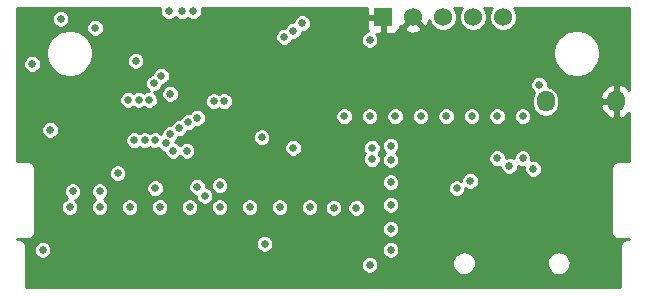
<source format=gbr>
G04 (created by PCBNEW-RS274X (2012-01-19 BZR 3256)-stable) date 26/03/2013 21:56:11*
G01*
G70*
G90*
%MOIN*%
G04 Gerber Fmt 3.4, Leading zero omitted, Abs format*
%FSLAX34Y34*%
G04 APERTURE LIST*
%ADD10C,0.006000*%
%ADD11R,0.060000X0.060000*%
%ADD12C,0.060000*%
%ADD13O,0.060000X0.070000*%
%ADD14C,0.025000*%
%ADD15C,0.010000*%
G04 APERTURE END LIST*
G54D10*
G54D11*
X92400Y-60800D03*
G54D12*
X93400Y-60800D03*
X94400Y-60800D03*
X95400Y-60800D03*
X96400Y-60800D03*
G54D13*
X97819Y-63600D03*
X100181Y-63600D03*
G54D14*
X85150Y-65000D03*
X81950Y-67125D03*
X84800Y-66500D03*
X84250Y-63550D03*
X82950Y-66600D03*
X82950Y-67125D03*
X84600Y-63550D03*
X85700Y-60600D03*
X85000Y-62750D03*
X85250Y-60600D03*
X91100Y-64100D03*
X91950Y-64100D03*
X92800Y-64100D03*
X93650Y-64100D03*
X94500Y-64100D03*
X95350Y-64100D03*
X96200Y-64100D03*
X97050Y-64100D03*
X86075Y-60600D03*
X81650Y-60850D03*
X87100Y-63600D03*
X81050Y-68550D03*
X88450Y-68350D03*
X92025Y-65525D03*
X91500Y-67150D03*
X96200Y-65500D03*
X85900Y-64300D03*
X92650Y-65550D03*
X92650Y-65075D03*
X97050Y-65500D03*
X86200Y-64150D03*
X92650Y-67850D03*
X85850Y-65250D03*
X95300Y-66250D03*
X92650Y-68550D03*
X85400Y-65250D03*
X94850Y-66500D03*
X92650Y-67050D03*
X97400Y-65850D03*
X85300Y-64700D03*
X85600Y-64500D03*
X96600Y-65750D03*
X92650Y-66300D03*
X83950Y-67125D03*
X83550Y-66000D03*
X86950Y-66400D03*
X85950Y-67125D03*
X86950Y-67125D03*
X88950Y-67125D03*
X86200Y-66450D03*
X84950Y-67125D03*
X86450Y-66750D03*
X82050Y-66600D03*
X83900Y-63550D03*
X87950Y-67125D03*
X89950Y-67125D03*
X90750Y-67150D03*
X89100Y-61450D03*
X84800Y-64900D03*
X89400Y-61250D03*
X84450Y-64900D03*
X89700Y-61000D03*
X84150Y-62250D03*
X92650Y-69700D03*
X87450Y-67850D03*
X89450Y-67850D03*
X86450Y-67850D03*
X85300Y-63000D03*
X88450Y-67850D03*
X82450Y-67850D03*
X85450Y-67850D03*
X84450Y-67850D03*
X88400Y-62350D03*
X96350Y-61500D03*
X83450Y-67850D03*
X81050Y-66600D03*
X86350Y-63600D03*
X84950Y-63500D03*
X81750Y-65100D03*
X98400Y-66100D03*
X86750Y-63200D03*
X82750Y-61650D03*
X84750Y-63000D03*
X89400Y-65150D03*
X92025Y-65150D03*
X91950Y-69050D03*
X91950Y-61550D03*
X82800Y-61150D03*
X97600Y-63050D03*
X81300Y-64550D03*
X80700Y-62350D03*
X88350Y-64800D03*
X84100Y-64900D03*
X86750Y-63600D03*
X85300Y-63350D03*
G54D10*
G36*
X100605Y-68205D02*
X100500Y-68205D01*
X100425Y-68220D01*
X100362Y-68262D01*
X100320Y-68325D01*
X100305Y-68400D01*
X100305Y-69805D01*
X98649Y-69805D01*
X98649Y-68980D01*
X98638Y-68904D01*
X98611Y-68829D01*
X98571Y-68763D01*
X98518Y-68704D01*
X98517Y-68702D01*
X98472Y-68670D01*
X98457Y-68658D01*
X98456Y-68657D01*
X98455Y-68657D01*
X98384Y-68624D01*
X98382Y-68623D01*
X98346Y-68614D01*
X98310Y-68605D01*
X98280Y-68603D01*
X98280Y-63752D01*
X98280Y-63569D01*
X98280Y-63449D01*
X98210Y-63280D01*
X98081Y-63150D01*
X97911Y-63079D01*
X97894Y-63079D01*
X97894Y-62992D01*
X97849Y-62884D01*
X97767Y-62801D01*
X97659Y-62756D01*
X97542Y-62756D01*
X97434Y-62801D01*
X97351Y-62883D01*
X97306Y-62991D01*
X97306Y-63108D01*
X97351Y-63216D01*
X97424Y-63289D01*
X97358Y-63448D01*
X97358Y-63631D01*
X97358Y-63751D01*
X97428Y-63920D01*
X97557Y-64050D01*
X97727Y-64121D01*
X97910Y-64121D01*
X98079Y-64051D01*
X98209Y-63922D01*
X98280Y-63752D01*
X98280Y-68603D01*
X98230Y-68601D01*
X98154Y-68612D01*
X98079Y-68639D01*
X98013Y-68679D01*
X97954Y-68731D01*
X97952Y-68733D01*
X97920Y-68777D01*
X97908Y-68793D01*
X97907Y-68793D01*
X97907Y-68795D01*
X97873Y-68868D01*
X97864Y-68904D01*
X97855Y-68940D01*
X97851Y-69020D01*
X97862Y-69096D01*
X97862Y-69097D01*
X97889Y-69171D01*
X97928Y-69236D01*
X97982Y-69296D01*
X97983Y-69297D01*
X98003Y-69312D01*
X98043Y-69342D01*
X98045Y-69343D01*
X98116Y-69376D01*
X98117Y-69377D01*
X98172Y-69390D01*
X98190Y-69395D01*
X98191Y-69395D01*
X98270Y-69399D01*
X98345Y-69388D01*
X98346Y-69388D01*
X98347Y-69387D01*
X98421Y-69361D01*
X98486Y-69322D01*
X98546Y-69268D01*
X98546Y-69267D01*
X98547Y-69267D01*
X98562Y-69246D01*
X98592Y-69207D01*
X98592Y-69206D01*
X98593Y-69205D01*
X98626Y-69134D01*
X98627Y-69133D01*
X98640Y-69078D01*
X98645Y-69060D01*
X98645Y-69059D01*
X98649Y-68980D01*
X98649Y-69805D01*
X97694Y-69805D01*
X97694Y-65909D01*
X97694Y-65792D01*
X97649Y-65684D01*
X97567Y-65601D01*
X97459Y-65556D01*
X97344Y-65556D01*
X97344Y-65442D01*
X97344Y-64159D01*
X97344Y-64042D01*
X97299Y-63934D01*
X97217Y-63851D01*
X97109Y-63806D01*
X96992Y-63806D01*
X96884Y-63851D01*
X96801Y-63933D01*
X96756Y-64041D01*
X96756Y-64158D01*
X96801Y-64266D01*
X96883Y-64349D01*
X96991Y-64394D01*
X97108Y-64394D01*
X97216Y-64349D01*
X97299Y-64267D01*
X97344Y-64159D01*
X97344Y-65442D01*
X97299Y-65334D01*
X97217Y-65251D01*
X97109Y-65206D01*
X96992Y-65206D01*
X96884Y-65251D01*
X96801Y-65333D01*
X96756Y-65441D01*
X96756Y-65496D01*
X96659Y-65456D01*
X96542Y-65456D01*
X96494Y-65476D01*
X96494Y-65442D01*
X96494Y-64159D01*
X96494Y-64042D01*
X96449Y-63934D01*
X96367Y-63851D01*
X96259Y-63806D01*
X96142Y-63806D01*
X96034Y-63851D01*
X95951Y-63933D01*
X95906Y-64041D01*
X95906Y-64158D01*
X95951Y-64266D01*
X96033Y-64349D01*
X96141Y-64394D01*
X96258Y-64394D01*
X96366Y-64349D01*
X96449Y-64267D01*
X96494Y-64159D01*
X96494Y-65442D01*
X96449Y-65334D01*
X96367Y-65251D01*
X96259Y-65206D01*
X96142Y-65206D01*
X96034Y-65251D01*
X95951Y-65333D01*
X95906Y-65441D01*
X95906Y-65558D01*
X95951Y-65666D01*
X96033Y-65749D01*
X96141Y-65794D01*
X96258Y-65794D01*
X96306Y-65774D01*
X96306Y-65808D01*
X96351Y-65916D01*
X96433Y-65999D01*
X96541Y-66044D01*
X96658Y-66044D01*
X96766Y-65999D01*
X96849Y-65917D01*
X96894Y-65809D01*
X96894Y-65753D01*
X96991Y-65794D01*
X97106Y-65794D01*
X97106Y-65908D01*
X97151Y-66016D01*
X97233Y-66099D01*
X97341Y-66144D01*
X97458Y-66144D01*
X97566Y-66099D01*
X97649Y-66017D01*
X97694Y-65909D01*
X97694Y-69805D01*
X95644Y-69805D01*
X95644Y-64159D01*
X95644Y-64042D01*
X95599Y-63934D01*
X95517Y-63851D01*
X95409Y-63806D01*
X95292Y-63806D01*
X95184Y-63851D01*
X95101Y-63933D01*
X95056Y-64041D01*
X95056Y-64158D01*
X95101Y-64266D01*
X95183Y-64349D01*
X95291Y-64394D01*
X95408Y-64394D01*
X95516Y-64349D01*
X95599Y-64267D01*
X95644Y-64159D01*
X95644Y-69805D01*
X95594Y-69805D01*
X95594Y-66309D01*
X95594Y-66192D01*
X95549Y-66084D01*
X95467Y-66001D01*
X95359Y-65956D01*
X95242Y-65956D01*
X95134Y-66001D01*
X95051Y-66083D01*
X95006Y-66191D01*
X95006Y-66246D01*
X94909Y-66206D01*
X94794Y-66206D01*
X94794Y-64159D01*
X94794Y-64042D01*
X94749Y-63934D01*
X94667Y-63851D01*
X94559Y-63806D01*
X94442Y-63806D01*
X94334Y-63851D01*
X94251Y-63933D01*
X94206Y-64041D01*
X94206Y-64158D01*
X94251Y-64266D01*
X94333Y-64349D01*
X94441Y-64394D01*
X94558Y-64394D01*
X94666Y-64349D01*
X94749Y-64267D01*
X94794Y-64159D01*
X94794Y-66206D01*
X94792Y-66206D01*
X94684Y-66251D01*
X94601Y-66333D01*
X94556Y-66441D01*
X94556Y-66558D01*
X94601Y-66666D01*
X94683Y-66749D01*
X94791Y-66794D01*
X94908Y-66794D01*
X95016Y-66749D01*
X95099Y-66667D01*
X95144Y-66559D01*
X95144Y-66503D01*
X95241Y-66544D01*
X95358Y-66544D01*
X95466Y-66499D01*
X95549Y-66417D01*
X95594Y-66309D01*
X95594Y-69805D01*
X95499Y-69805D01*
X95499Y-68980D01*
X95488Y-68904D01*
X95461Y-68829D01*
X95421Y-68763D01*
X95368Y-68704D01*
X95367Y-68702D01*
X95322Y-68670D01*
X95307Y-68658D01*
X95306Y-68657D01*
X95305Y-68657D01*
X95234Y-68624D01*
X95232Y-68623D01*
X95196Y-68614D01*
X95160Y-68605D01*
X95080Y-68601D01*
X95004Y-68612D01*
X94929Y-68639D01*
X94863Y-68679D01*
X94804Y-68731D01*
X94802Y-68733D01*
X94770Y-68777D01*
X94758Y-68793D01*
X94757Y-68793D01*
X94757Y-68795D01*
X94723Y-68868D01*
X94714Y-68904D01*
X94705Y-68940D01*
X94701Y-69020D01*
X94712Y-69096D01*
X94712Y-69097D01*
X94739Y-69171D01*
X94778Y-69236D01*
X94832Y-69296D01*
X94833Y-69297D01*
X94853Y-69312D01*
X94893Y-69342D01*
X94895Y-69343D01*
X94966Y-69376D01*
X94967Y-69377D01*
X95022Y-69390D01*
X95040Y-69395D01*
X95041Y-69395D01*
X95120Y-69399D01*
X95195Y-69388D01*
X95196Y-69388D01*
X95197Y-69387D01*
X95271Y-69361D01*
X95336Y-69322D01*
X95396Y-69268D01*
X95396Y-69267D01*
X95397Y-69267D01*
X95412Y-69246D01*
X95442Y-69207D01*
X95442Y-69206D01*
X95443Y-69205D01*
X95476Y-69134D01*
X95477Y-69133D01*
X95490Y-69078D01*
X95495Y-69060D01*
X95495Y-69059D01*
X95499Y-68980D01*
X95499Y-69805D01*
X93944Y-69805D01*
X93944Y-64159D01*
X93944Y-64042D01*
X93899Y-63934D01*
X93817Y-63851D01*
X93709Y-63806D01*
X93708Y-63806D01*
X93708Y-61178D01*
X93400Y-60871D01*
X93092Y-61178D01*
X93119Y-61272D01*
X93321Y-61343D01*
X93534Y-61332D01*
X93681Y-61272D01*
X93708Y-61178D01*
X93708Y-63806D01*
X93592Y-63806D01*
X93484Y-63851D01*
X93401Y-63933D01*
X93356Y-64041D01*
X93356Y-64158D01*
X93401Y-64266D01*
X93483Y-64349D01*
X93591Y-64394D01*
X93708Y-64394D01*
X93816Y-64349D01*
X93899Y-64267D01*
X93944Y-64159D01*
X93944Y-69805D01*
X93094Y-69805D01*
X93094Y-64159D01*
X93094Y-64042D01*
X93049Y-63934D01*
X92967Y-63851D01*
X92859Y-63806D01*
X92742Y-63806D01*
X92634Y-63851D01*
X92551Y-63933D01*
X92506Y-64041D01*
X92506Y-64158D01*
X92551Y-64266D01*
X92633Y-64349D01*
X92741Y-64394D01*
X92858Y-64394D01*
X92966Y-64349D01*
X93049Y-64267D01*
X93094Y-64159D01*
X93094Y-69805D01*
X92944Y-69805D01*
X92944Y-68609D01*
X92944Y-68492D01*
X92944Y-67909D01*
X92944Y-67792D01*
X92944Y-67109D01*
X92944Y-66992D01*
X92944Y-66359D01*
X92944Y-66242D01*
X92944Y-65609D01*
X92944Y-65492D01*
X92899Y-65384D01*
X92828Y-65312D01*
X92899Y-65242D01*
X92944Y-65134D01*
X92944Y-65017D01*
X92899Y-64909D01*
X92817Y-64826D01*
X92709Y-64781D01*
X92592Y-64781D01*
X92484Y-64826D01*
X92401Y-64908D01*
X92356Y-65016D01*
X92356Y-65133D01*
X92401Y-65241D01*
X92471Y-65312D01*
X92401Y-65383D01*
X92356Y-65491D01*
X92356Y-65608D01*
X92401Y-65716D01*
X92483Y-65799D01*
X92591Y-65844D01*
X92708Y-65844D01*
X92816Y-65799D01*
X92899Y-65717D01*
X92944Y-65609D01*
X92944Y-66242D01*
X92899Y-66134D01*
X92817Y-66051D01*
X92709Y-66006D01*
X92592Y-66006D01*
X92484Y-66051D01*
X92401Y-66133D01*
X92356Y-66241D01*
X92356Y-66358D01*
X92401Y-66466D01*
X92483Y-66549D01*
X92591Y-66594D01*
X92708Y-66594D01*
X92816Y-66549D01*
X92899Y-66467D01*
X92944Y-66359D01*
X92944Y-66992D01*
X92899Y-66884D01*
X92817Y-66801D01*
X92709Y-66756D01*
X92592Y-66756D01*
X92484Y-66801D01*
X92401Y-66883D01*
X92356Y-66991D01*
X92356Y-67108D01*
X92401Y-67216D01*
X92483Y-67299D01*
X92591Y-67344D01*
X92708Y-67344D01*
X92816Y-67299D01*
X92899Y-67217D01*
X92944Y-67109D01*
X92944Y-67792D01*
X92899Y-67684D01*
X92817Y-67601D01*
X92709Y-67556D01*
X92592Y-67556D01*
X92484Y-67601D01*
X92401Y-67683D01*
X92356Y-67791D01*
X92356Y-67908D01*
X92401Y-68016D01*
X92483Y-68099D01*
X92591Y-68144D01*
X92708Y-68144D01*
X92816Y-68099D01*
X92899Y-68017D01*
X92944Y-67909D01*
X92944Y-68492D01*
X92899Y-68384D01*
X92817Y-68301D01*
X92709Y-68256D01*
X92592Y-68256D01*
X92484Y-68301D01*
X92401Y-68383D01*
X92356Y-68491D01*
X92356Y-68608D01*
X92401Y-68716D01*
X92483Y-68799D01*
X92591Y-68844D01*
X92708Y-68844D01*
X92816Y-68799D01*
X92899Y-68717D01*
X92944Y-68609D01*
X92944Y-69805D01*
X92350Y-69805D01*
X92350Y-61288D01*
X92350Y-60850D01*
X91912Y-60850D01*
X91850Y-60912D01*
X91851Y-61051D01*
X91851Y-61150D01*
X91889Y-61241D01*
X91904Y-61256D01*
X91892Y-61256D01*
X91784Y-61301D01*
X91701Y-61383D01*
X91656Y-61491D01*
X91656Y-61608D01*
X91701Y-61716D01*
X91783Y-61799D01*
X91891Y-61844D01*
X92008Y-61844D01*
X92116Y-61799D01*
X92199Y-61717D01*
X92244Y-61609D01*
X92244Y-61492D01*
X92199Y-61384D01*
X92164Y-61349D01*
X92288Y-61350D01*
X92350Y-61288D01*
X92350Y-69805D01*
X92319Y-69805D01*
X92319Y-65584D01*
X92319Y-65467D01*
X92274Y-65359D01*
X92253Y-65337D01*
X92274Y-65317D01*
X92319Y-65209D01*
X92319Y-65092D01*
X92274Y-64984D01*
X92244Y-64953D01*
X92244Y-64159D01*
X92244Y-64042D01*
X92199Y-63934D01*
X92117Y-63851D01*
X92009Y-63806D01*
X91892Y-63806D01*
X91784Y-63851D01*
X91701Y-63933D01*
X91656Y-64041D01*
X91656Y-64158D01*
X91701Y-64266D01*
X91783Y-64349D01*
X91891Y-64394D01*
X92008Y-64394D01*
X92116Y-64349D01*
X92199Y-64267D01*
X92244Y-64159D01*
X92244Y-64953D01*
X92192Y-64901D01*
X92084Y-64856D01*
X91967Y-64856D01*
X91859Y-64901D01*
X91776Y-64983D01*
X91731Y-65091D01*
X91731Y-65208D01*
X91776Y-65316D01*
X91796Y-65337D01*
X91776Y-65358D01*
X91731Y-65466D01*
X91731Y-65583D01*
X91776Y-65691D01*
X91858Y-65774D01*
X91966Y-65819D01*
X92083Y-65819D01*
X92191Y-65774D01*
X92274Y-65692D01*
X92319Y-65584D01*
X92319Y-69805D01*
X92244Y-69805D01*
X92244Y-69109D01*
X92244Y-68992D01*
X92199Y-68884D01*
X92117Y-68801D01*
X92009Y-68756D01*
X91892Y-68756D01*
X91794Y-68796D01*
X91794Y-67209D01*
X91794Y-67092D01*
X91749Y-66984D01*
X91667Y-66901D01*
X91559Y-66856D01*
X91442Y-66856D01*
X91394Y-66876D01*
X91394Y-64159D01*
X91394Y-64042D01*
X91349Y-63934D01*
X91267Y-63851D01*
X91159Y-63806D01*
X91042Y-63806D01*
X90934Y-63851D01*
X90851Y-63933D01*
X90806Y-64041D01*
X90806Y-64158D01*
X90851Y-64266D01*
X90933Y-64349D01*
X91041Y-64394D01*
X91158Y-64394D01*
X91266Y-64349D01*
X91349Y-64267D01*
X91394Y-64159D01*
X91394Y-66876D01*
X91334Y-66901D01*
X91251Y-66983D01*
X91206Y-67091D01*
X91206Y-67208D01*
X91251Y-67316D01*
X91333Y-67399D01*
X91441Y-67444D01*
X91558Y-67444D01*
X91666Y-67399D01*
X91749Y-67317D01*
X91794Y-67209D01*
X91794Y-68796D01*
X91784Y-68801D01*
X91701Y-68883D01*
X91656Y-68991D01*
X91656Y-69108D01*
X91701Y-69216D01*
X91783Y-69299D01*
X91891Y-69344D01*
X92008Y-69344D01*
X92116Y-69299D01*
X92199Y-69217D01*
X92244Y-69109D01*
X92244Y-69805D01*
X91044Y-69805D01*
X91044Y-67209D01*
X91044Y-67092D01*
X90999Y-66984D01*
X90917Y-66901D01*
X90809Y-66856D01*
X90692Y-66856D01*
X90584Y-66901D01*
X90501Y-66983D01*
X90456Y-67091D01*
X90456Y-67208D01*
X90501Y-67316D01*
X90583Y-67399D01*
X90691Y-67444D01*
X90808Y-67444D01*
X90916Y-67399D01*
X90999Y-67317D01*
X91044Y-67209D01*
X91044Y-69805D01*
X90244Y-69805D01*
X90244Y-67184D01*
X90244Y-67067D01*
X90199Y-66959D01*
X90117Y-66876D01*
X90009Y-66831D01*
X89994Y-66831D01*
X89994Y-61059D01*
X89994Y-60942D01*
X89949Y-60834D01*
X89867Y-60751D01*
X89759Y-60706D01*
X89642Y-60706D01*
X89534Y-60751D01*
X89451Y-60833D01*
X89406Y-60941D01*
X89406Y-60956D01*
X89342Y-60956D01*
X89234Y-61001D01*
X89151Y-61083D01*
X89120Y-61156D01*
X89042Y-61156D01*
X88934Y-61201D01*
X88851Y-61283D01*
X88806Y-61391D01*
X88806Y-61508D01*
X88851Y-61616D01*
X88933Y-61699D01*
X89041Y-61744D01*
X89158Y-61744D01*
X89266Y-61699D01*
X89349Y-61617D01*
X89379Y-61544D01*
X89458Y-61544D01*
X89566Y-61499D01*
X89649Y-61417D01*
X89694Y-61309D01*
X89694Y-61294D01*
X89758Y-61294D01*
X89866Y-61249D01*
X89949Y-61167D01*
X89994Y-61059D01*
X89994Y-66831D01*
X89892Y-66831D01*
X89784Y-66876D01*
X89701Y-66958D01*
X89694Y-66974D01*
X89694Y-65209D01*
X89694Y-65092D01*
X89649Y-64984D01*
X89567Y-64901D01*
X89459Y-64856D01*
X89342Y-64856D01*
X89234Y-64901D01*
X89151Y-64983D01*
X89106Y-65091D01*
X89106Y-65208D01*
X89151Y-65316D01*
X89233Y-65399D01*
X89341Y-65444D01*
X89458Y-65444D01*
X89566Y-65399D01*
X89649Y-65317D01*
X89694Y-65209D01*
X89694Y-66974D01*
X89656Y-67066D01*
X89656Y-67183D01*
X89701Y-67291D01*
X89783Y-67374D01*
X89891Y-67419D01*
X90008Y-67419D01*
X90116Y-67374D01*
X90199Y-67292D01*
X90244Y-67184D01*
X90244Y-69805D01*
X89244Y-69805D01*
X89244Y-67184D01*
X89244Y-67067D01*
X89199Y-66959D01*
X89117Y-66876D01*
X89009Y-66831D01*
X88892Y-66831D01*
X88784Y-66876D01*
X88701Y-66958D01*
X88656Y-67066D01*
X88656Y-67183D01*
X88701Y-67291D01*
X88783Y-67374D01*
X88891Y-67419D01*
X89008Y-67419D01*
X89116Y-67374D01*
X89199Y-67292D01*
X89244Y-67184D01*
X89244Y-69805D01*
X88744Y-69805D01*
X88744Y-68409D01*
X88744Y-68292D01*
X88699Y-68184D01*
X88644Y-68128D01*
X88644Y-64859D01*
X88644Y-64742D01*
X88599Y-64634D01*
X88517Y-64551D01*
X88409Y-64506D01*
X88292Y-64506D01*
X88184Y-64551D01*
X88101Y-64633D01*
X88056Y-64741D01*
X88056Y-64858D01*
X88101Y-64966D01*
X88183Y-65049D01*
X88291Y-65094D01*
X88408Y-65094D01*
X88516Y-65049D01*
X88599Y-64967D01*
X88644Y-64859D01*
X88644Y-68128D01*
X88617Y-68101D01*
X88509Y-68056D01*
X88392Y-68056D01*
X88284Y-68101D01*
X88244Y-68140D01*
X88244Y-67184D01*
X88244Y-67067D01*
X88199Y-66959D01*
X88117Y-66876D01*
X88009Y-66831D01*
X87892Y-66831D01*
X87784Y-66876D01*
X87701Y-66958D01*
X87656Y-67066D01*
X87656Y-67183D01*
X87701Y-67291D01*
X87783Y-67374D01*
X87891Y-67419D01*
X88008Y-67419D01*
X88116Y-67374D01*
X88199Y-67292D01*
X88244Y-67184D01*
X88244Y-68140D01*
X88201Y-68183D01*
X88156Y-68291D01*
X88156Y-68408D01*
X88201Y-68516D01*
X88283Y-68599D01*
X88391Y-68644D01*
X88508Y-68644D01*
X88616Y-68599D01*
X88699Y-68517D01*
X88744Y-68409D01*
X88744Y-69805D01*
X87394Y-69805D01*
X87394Y-63659D01*
X87394Y-63542D01*
X87349Y-63434D01*
X87267Y-63351D01*
X87159Y-63306D01*
X87042Y-63306D01*
X86934Y-63351D01*
X86925Y-63359D01*
X86917Y-63351D01*
X86809Y-63306D01*
X86692Y-63306D01*
X86584Y-63351D01*
X86501Y-63433D01*
X86456Y-63541D01*
X86456Y-63658D01*
X86501Y-63766D01*
X86583Y-63849D01*
X86691Y-63894D01*
X86808Y-63894D01*
X86916Y-63849D01*
X86924Y-63840D01*
X86933Y-63849D01*
X87041Y-63894D01*
X87158Y-63894D01*
X87266Y-63849D01*
X87349Y-63767D01*
X87394Y-63659D01*
X87394Y-69805D01*
X87244Y-69805D01*
X87244Y-67184D01*
X87244Y-67067D01*
X87244Y-66459D01*
X87244Y-66342D01*
X87199Y-66234D01*
X87117Y-66151D01*
X87009Y-66106D01*
X86892Y-66106D01*
X86784Y-66151D01*
X86701Y-66233D01*
X86656Y-66341D01*
X86656Y-66458D01*
X86701Y-66566D01*
X86783Y-66649D01*
X86891Y-66694D01*
X87008Y-66694D01*
X87116Y-66649D01*
X87199Y-66567D01*
X87244Y-66459D01*
X87244Y-67067D01*
X87199Y-66959D01*
X87117Y-66876D01*
X87009Y-66831D01*
X86892Y-66831D01*
X86784Y-66876D01*
X86744Y-66915D01*
X86744Y-66809D01*
X86744Y-66692D01*
X86699Y-66584D01*
X86617Y-66501D01*
X86509Y-66456D01*
X86494Y-66456D01*
X86494Y-66392D01*
X86494Y-64209D01*
X86494Y-64092D01*
X86449Y-63984D01*
X86367Y-63901D01*
X86259Y-63856D01*
X86142Y-63856D01*
X86034Y-63901D01*
X85951Y-63983D01*
X85941Y-64006D01*
X85842Y-64006D01*
X85734Y-64051D01*
X85651Y-64133D01*
X85620Y-64206D01*
X85594Y-64206D01*
X85594Y-63409D01*
X85594Y-63292D01*
X85549Y-63184D01*
X85467Y-63101D01*
X85359Y-63056D01*
X85294Y-63056D01*
X85294Y-62809D01*
X85294Y-62692D01*
X85249Y-62584D01*
X85167Y-62501D01*
X85059Y-62456D01*
X84942Y-62456D01*
X84834Y-62501D01*
X84751Y-62583D01*
X84706Y-62691D01*
X84706Y-62706D01*
X84692Y-62706D01*
X84584Y-62751D01*
X84501Y-62833D01*
X84456Y-62941D01*
X84456Y-63058D01*
X84501Y-63166D01*
X84583Y-63249D01*
X84599Y-63256D01*
X84542Y-63256D01*
X84444Y-63296D01*
X84444Y-62309D01*
X84444Y-62192D01*
X84399Y-62084D01*
X84317Y-62001D01*
X84209Y-61956D01*
X84092Y-61956D01*
X83984Y-62001D01*
X83901Y-62083D01*
X83856Y-62191D01*
X83856Y-62308D01*
X83901Y-62416D01*
X83983Y-62499D01*
X84091Y-62544D01*
X84208Y-62544D01*
X84316Y-62499D01*
X84399Y-62417D01*
X84444Y-62309D01*
X84444Y-63296D01*
X84434Y-63301D01*
X84425Y-63309D01*
X84417Y-63301D01*
X84309Y-63256D01*
X84192Y-63256D01*
X84084Y-63301D01*
X84075Y-63309D01*
X84067Y-63301D01*
X83959Y-63256D01*
X83842Y-63256D01*
X83734Y-63301D01*
X83651Y-63383D01*
X83606Y-63491D01*
X83606Y-63608D01*
X83651Y-63716D01*
X83733Y-63799D01*
X83841Y-63844D01*
X83958Y-63844D01*
X84066Y-63799D01*
X84074Y-63790D01*
X84083Y-63799D01*
X84191Y-63844D01*
X84308Y-63844D01*
X84416Y-63799D01*
X84424Y-63790D01*
X84433Y-63799D01*
X84541Y-63844D01*
X84658Y-63844D01*
X84766Y-63799D01*
X84849Y-63717D01*
X84894Y-63609D01*
X84894Y-63492D01*
X84849Y-63384D01*
X84767Y-63301D01*
X84750Y-63294D01*
X84808Y-63294D01*
X84916Y-63249D01*
X84999Y-63167D01*
X85044Y-63059D01*
X85044Y-63044D01*
X85058Y-63044D01*
X85166Y-62999D01*
X85249Y-62917D01*
X85294Y-62809D01*
X85294Y-63056D01*
X85242Y-63056D01*
X85134Y-63101D01*
X85051Y-63183D01*
X85006Y-63291D01*
X85006Y-63408D01*
X85051Y-63516D01*
X85133Y-63599D01*
X85241Y-63644D01*
X85358Y-63644D01*
X85466Y-63599D01*
X85549Y-63517D01*
X85594Y-63409D01*
X85594Y-64206D01*
X85542Y-64206D01*
X85434Y-64251D01*
X85351Y-64333D01*
X85320Y-64406D01*
X85242Y-64406D01*
X85134Y-64451D01*
X85051Y-64533D01*
X85006Y-64641D01*
X85006Y-64690D01*
X84967Y-64651D01*
X84859Y-64606D01*
X84742Y-64606D01*
X84634Y-64651D01*
X84625Y-64659D01*
X84617Y-64651D01*
X84509Y-64606D01*
X84392Y-64606D01*
X84284Y-64651D01*
X84275Y-64659D01*
X84267Y-64651D01*
X84159Y-64606D01*
X84042Y-64606D01*
X83934Y-64651D01*
X83851Y-64733D01*
X83806Y-64841D01*
X83806Y-64958D01*
X83851Y-65066D01*
X83933Y-65149D01*
X84041Y-65194D01*
X84158Y-65194D01*
X84266Y-65149D01*
X84274Y-65140D01*
X84283Y-65149D01*
X84391Y-65194D01*
X84508Y-65194D01*
X84616Y-65149D01*
X84624Y-65140D01*
X84633Y-65149D01*
X84741Y-65194D01*
X84858Y-65194D01*
X84908Y-65173D01*
X84983Y-65249D01*
X85091Y-65294D01*
X85106Y-65294D01*
X85106Y-65308D01*
X85151Y-65416D01*
X85233Y-65499D01*
X85341Y-65544D01*
X85458Y-65544D01*
X85566Y-65499D01*
X85625Y-65440D01*
X85683Y-65499D01*
X85791Y-65544D01*
X85908Y-65544D01*
X86016Y-65499D01*
X86099Y-65417D01*
X86144Y-65309D01*
X86144Y-65192D01*
X86099Y-65084D01*
X86017Y-65001D01*
X85909Y-64956D01*
X85792Y-64956D01*
X85684Y-65001D01*
X85624Y-65059D01*
X85567Y-65001D01*
X85459Y-64956D01*
X85449Y-64956D01*
X85466Y-64949D01*
X85549Y-64867D01*
X85579Y-64794D01*
X85658Y-64794D01*
X85766Y-64749D01*
X85849Y-64667D01*
X85879Y-64594D01*
X85958Y-64594D01*
X86066Y-64549D01*
X86149Y-64467D01*
X86158Y-64444D01*
X86258Y-64444D01*
X86366Y-64399D01*
X86449Y-64317D01*
X86494Y-64209D01*
X86494Y-66392D01*
X86449Y-66284D01*
X86367Y-66201D01*
X86259Y-66156D01*
X86142Y-66156D01*
X86034Y-66201D01*
X85951Y-66283D01*
X85906Y-66391D01*
X85906Y-66508D01*
X85951Y-66616D01*
X86033Y-66699D01*
X86141Y-66744D01*
X86156Y-66744D01*
X86156Y-66808D01*
X86201Y-66916D01*
X86283Y-66999D01*
X86391Y-67044D01*
X86508Y-67044D01*
X86616Y-66999D01*
X86699Y-66917D01*
X86744Y-66809D01*
X86744Y-66915D01*
X86701Y-66958D01*
X86656Y-67066D01*
X86656Y-67183D01*
X86701Y-67291D01*
X86783Y-67374D01*
X86891Y-67419D01*
X87008Y-67419D01*
X87116Y-67374D01*
X87199Y-67292D01*
X87244Y-67184D01*
X87244Y-69805D01*
X86244Y-69805D01*
X86244Y-67184D01*
X86244Y-67067D01*
X86199Y-66959D01*
X86117Y-66876D01*
X86009Y-66831D01*
X85892Y-66831D01*
X85784Y-66876D01*
X85701Y-66958D01*
X85656Y-67066D01*
X85656Y-67183D01*
X85701Y-67291D01*
X85783Y-67374D01*
X85891Y-67419D01*
X86008Y-67419D01*
X86116Y-67374D01*
X86199Y-67292D01*
X86244Y-67184D01*
X86244Y-69805D01*
X85244Y-69805D01*
X85244Y-67184D01*
X85244Y-67067D01*
X85199Y-66959D01*
X85117Y-66876D01*
X85094Y-66866D01*
X85094Y-66559D01*
X85094Y-66442D01*
X85049Y-66334D01*
X84967Y-66251D01*
X84859Y-66206D01*
X84742Y-66206D01*
X84634Y-66251D01*
X84551Y-66333D01*
X84506Y-66441D01*
X84506Y-66558D01*
X84551Y-66666D01*
X84633Y-66749D01*
X84741Y-66794D01*
X84858Y-66794D01*
X84966Y-66749D01*
X85049Y-66667D01*
X85094Y-66559D01*
X85094Y-66866D01*
X85009Y-66831D01*
X84892Y-66831D01*
X84784Y-66876D01*
X84701Y-66958D01*
X84656Y-67066D01*
X84656Y-67183D01*
X84701Y-67291D01*
X84783Y-67374D01*
X84891Y-67419D01*
X85008Y-67419D01*
X85116Y-67374D01*
X85199Y-67292D01*
X85244Y-67184D01*
X85244Y-69805D01*
X84244Y-69805D01*
X84244Y-67184D01*
X84244Y-67067D01*
X84199Y-66959D01*
X84117Y-66876D01*
X84009Y-66831D01*
X83892Y-66831D01*
X83844Y-66851D01*
X83844Y-66059D01*
X83844Y-65942D01*
X83799Y-65834D01*
X83717Y-65751D01*
X83609Y-65706D01*
X83492Y-65706D01*
X83384Y-65751D01*
X83301Y-65833D01*
X83256Y-65941D01*
X83256Y-66058D01*
X83301Y-66166D01*
X83383Y-66249D01*
X83491Y-66294D01*
X83608Y-66294D01*
X83716Y-66249D01*
X83799Y-66167D01*
X83844Y-66059D01*
X83844Y-66851D01*
X83784Y-66876D01*
X83701Y-66958D01*
X83656Y-67066D01*
X83656Y-67183D01*
X83701Y-67291D01*
X83783Y-67374D01*
X83891Y-67419D01*
X84008Y-67419D01*
X84116Y-67374D01*
X84199Y-67292D01*
X84244Y-67184D01*
X84244Y-69805D01*
X83244Y-69805D01*
X83244Y-67184D01*
X83244Y-67067D01*
X83199Y-66959D01*
X83117Y-66876D01*
X83084Y-66862D01*
X83116Y-66849D01*
X83199Y-66767D01*
X83244Y-66659D01*
X83244Y-66542D01*
X83199Y-66434D01*
X83117Y-66351D01*
X83094Y-66341D01*
X83094Y-61209D01*
X83094Y-61092D01*
X83049Y-60984D01*
X82967Y-60901D01*
X82859Y-60856D01*
X82742Y-60856D01*
X82634Y-60901D01*
X82551Y-60983D01*
X82506Y-61091D01*
X82506Y-61208D01*
X82551Y-61316D01*
X82633Y-61399D01*
X82741Y-61444D01*
X82858Y-61444D01*
X82966Y-61399D01*
X83049Y-61317D01*
X83094Y-61209D01*
X83094Y-66341D01*
X83009Y-66306D01*
X82892Y-66306D01*
X82784Y-66351D01*
X82741Y-66393D01*
X82741Y-62039D01*
X82741Y-62038D01*
X82741Y-61962D01*
X82741Y-61961D01*
X82695Y-61732D01*
X82666Y-61661D01*
X82536Y-61468D01*
X82482Y-61414D01*
X82288Y-61284D01*
X82218Y-61255D01*
X81988Y-61209D01*
X81944Y-61209D01*
X81944Y-60909D01*
X81944Y-60792D01*
X81899Y-60684D01*
X81817Y-60601D01*
X81709Y-60556D01*
X81592Y-60556D01*
X81484Y-60601D01*
X81401Y-60683D01*
X81356Y-60791D01*
X81356Y-60908D01*
X81401Y-61016D01*
X81483Y-61099D01*
X81591Y-61144D01*
X81708Y-61144D01*
X81816Y-61099D01*
X81899Y-61017D01*
X81944Y-60909D01*
X81944Y-61209D01*
X81912Y-61209D01*
X81911Y-61209D01*
X81682Y-61255D01*
X81611Y-61284D01*
X81418Y-61414D01*
X81364Y-61468D01*
X81234Y-61662D01*
X81205Y-61732D01*
X81159Y-61962D01*
X81159Y-62038D01*
X81205Y-62268D01*
X81234Y-62338D01*
X81364Y-62532D01*
X81418Y-62586D01*
X81611Y-62716D01*
X81682Y-62745D01*
X81911Y-62791D01*
X81912Y-62791D01*
X81988Y-62791D01*
X82218Y-62745D01*
X82288Y-62716D01*
X82482Y-62586D01*
X82536Y-62532D01*
X82666Y-62339D01*
X82695Y-62268D01*
X82741Y-62039D01*
X82741Y-66393D01*
X82701Y-66433D01*
X82656Y-66541D01*
X82656Y-66658D01*
X82701Y-66766D01*
X82783Y-66849D01*
X82815Y-66862D01*
X82784Y-66876D01*
X82701Y-66958D01*
X82656Y-67066D01*
X82656Y-67183D01*
X82701Y-67291D01*
X82783Y-67374D01*
X82891Y-67419D01*
X83008Y-67419D01*
X83116Y-67374D01*
X83199Y-67292D01*
X83244Y-67184D01*
X83244Y-69805D01*
X82344Y-69805D01*
X82344Y-66659D01*
X82344Y-66542D01*
X82299Y-66434D01*
X82217Y-66351D01*
X82109Y-66306D01*
X81992Y-66306D01*
X81884Y-66351D01*
X81801Y-66433D01*
X81756Y-66541D01*
X81756Y-66658D01*
X81801Y-66766D01*
X81873Y-66838D01*
X81784Y-66876D01*
X81701Y-66958D01*
X81656Y-67066D01*
X81656Y-67183D01*
X81701Y-67291D01*
X81783Y-67374D01*
X81891Y-67419D01*
X82008Y-67419D01*
X82116Y-67374D01*
X82199Y-67292D01*
X82244Y-67184D01*
X82244Y-67067D01*
X82199Y-66959D01*
X82126Y-66886D01*
X82216Y-66849D01*
X82299Y-66767D01*
X82344Y-66659D01*
X82344Y-69805D01*
X81594Y-69805D01*
X81594Y-64609D01*
X81594Y-64492D01*
X81549Y-64384D01*
X81467Y-64301D01*
X81359Y-64256D01*
X81242Y-64256D01*
X81134Y-64301D01*
X81051Y-64383D01*
X81006Y-64491D01*
X81006Y-64608D01*
X81051Y-64716D01*
X81133Y-64799D01*
X81241Y-64844D01*
X81358Y-64844D01*
X81466Y-64799D01*
X81549Y-64717D01*
X81594Y-64609D01*
X81594Y-69805D01*
X81344Y-69805D01*
X81344Y-68609D01*
X81344Y-68492D01*
X81299Y-68384D01*
X81217Y-68301D01*
X81109Y-68256D01*
X80994Y-68256D01*
X80994Y-62409D01*
X80994Y-62292D01*
X80949Y-62184D01*
X80867Y-62101D01*
X80759Y-62056D01*
X80642Y-62056D01*
X80534Y-62101D01*
X80451Y-62183D01*
X80406Y-62291D01*
X80406Y-62408D01*
X80451Y-62516D01*
X80533Y-62599D01*
X80641Y-62644D01*
X80758Y-62644D01*
X80866Y-62599D01*
X80949Y-62517D01*
X80994Y-62409D01*
X80994Y-68256D01*
X80992Y-68256D01*
X80884Y-68301D01*
X80801Y-68383D01*
X80756Y-68491D01*
X80756Y-68608D01*
X80801Y-68716D01*
X80883Y-68799D01*
X80991Y-68844D01*
X81108Y-68844D01*
X81216Y-68799D01*
X81299Y-68717D01*
X81344Y-68609D01*
X81344Y-69805D01*
X80495Y-69805D01*
X80495Y-68400D01*
X80480Y-68325D01*
X80438Y-68262D01*
X80375Y-68220D01*
X80300Y-68205D01*
X80195Y-68205D01*
X80195Y-68195D01*
X80600Y-68195D01*
X80675Y-68180D01*
X80738Y-68138D01*
X80780Y-68075D01*
X80795Y-68000D01*
X80795Y-65800D01*
X80780Y-65725D01*
X80738Y-65662D01*
X80675Y-65620D01*
X80600Y-65605D01*
X80195Y-65605D01*
X80195Y-60495D01*
X84975Y-60495D01*
X84956Y-60541D01*
X84956Y-60658D01*
X85001Y-60766D01*
X85083Y-60849D01*
X85191Y-60894D01*
X85308Y-60894D01*
X85416Y-60849D01*
X85475Y-60790D01*
X85533Y-60849D01*
X85641Y-60894D01*
X85758Y-60894D01*
X85866Y-60849D01*
X85887Y-60828D01*
X85908Y-60849D01*
X86016Y-60894D01*
X86133Y-60894D01*
X86241Y-60849D01*
X86324Y-60767D01*
X86369Y-60659D01*
X86369Y-60542D01*
X86349Y-60495D01*
X91851Y-60495D01*
X91851Y-60549D01*
X91850Y-60688D01*
X91912Y-60750D01*
X92300Y-60750D01*
X92350Y-60750D01*
X92450Y-60750D01*
X92450Y-60850D01*
X92450Y-60900D01*
X92450Y-61288D01*
X92512Y-61350D01*
X92749Y-61349D01*
X92841Y-61311D01*
X92911Y-61241D01*
X92949Y-61150D01*
X92949Y-61087D01*
X93022Y-61108D01*
X93294Y-60835D01*
X93329Y-60800D01*
X93400Y-60729D01*
X93471Y-60800D01*
X93506Y-60835D01*
X93778Y-61108D01*
X93872Y-61081D01*
X93934Y-60903D01*
X94001Y-61066D01*
X94133Y-61198D01*
X94306Y-61270D01*
X94493Y-61270D01*
X94666Y-61199D01*
X94798Y-61067D01*
X94870Y-60894D01*
X94870Y-60707D01*
X94799Y-60534D01*
X94760Y-60495D01*
X95040Y-60495D01*
X95002Y-60533D01*
X94930Y-60706D01*
X94930Y-60893D01*
X95001Y-61066D01*
X95133Y-61198D01*
X95306Y-61270D01*
X95493Y-61270D01*
X95666Y-61199D01*
X95798Y-61067D01*
X95870Y-60894D01*
X95870Y-60707D01*
X95799Y-60534D01*
X95760Y-60495D01*
X96040Y-60495D01*
X96002Y-60533D01*
X95930Y-60706D01*
X95930Y-60893D01*
X96001Y-61066D01*
X96133Y-61198D01*
X96306Y-61270D01*
X96493Y-61270D01*
X96666Y-61199D01*
X96798Y-61067D01*
X96870Y-60894D01*
X96870Y-60707D01*
X96799Y-60534D01*
X96760Y-60495D01*
X100605Y-60495D01*
X100605Y-63214D01*
X100504Y-63105D01*
X100316Y-63018D01*
X100231Y-63065D01*
X100231Y-63500D01*
X100231Y-63550D01*
X100231Y-63650D01*
X100231Y-63700D01*
X100231Y-64135D01*
X100316Y-64182D01*
X100504Y-64095D01*
X100605Y-63985D01*
X100605Y-65605D01*
X100200Y-65605D01*
X100131Y-65618D01*
X100131Y-64135D01*
X100131Y-63650D01*
X100131Y-63550D01*
X100131Y-63065D01*
X100046Y-63018D01*
X99858Y-63105D01*
X99712Y-63263D01*
X99641Y-63455D01*
X99641Y-62039D01*
X99641Y-62038D01*
X99641Y-61962D01*
X99641Y-61961D01*
X99595Y-61732D01*
X99566Y-61661D01*
X99436Y-61468D01*
X99382Y-61414D01*
X99188Y-61284D01*
X99118Y-61255D01*
X98888Y-61209D01*
X98812Y-61209D01*
X98811Y-61209D01*
X98582Y-61255D01*
X98511Y-61284D01*
X98318Y-61414D01*
X98264Y-61468D01*
X98134Y-61662D01*
X98105Y-61732D01*
X98059Y-61962D01*
X98059Y-62038D01*
X98105Y-62268D01*
X98134Y-62338D01*
X98264Y-62532D01*
X98318Y-62586D01*
X98511Y-62716D01*
X98582Y-62745D01*
X98811Y-62791D01*
X98812Y-62791D01*
X98888Y-62791D01*
X99118Y-62745D01*
X99188Y-62716D01*
X99382Y-62586D01*
X99436Y-62532D01*
X99566Y-62339D01*
X99595Y-62268D01*
X99641Y-62039D01*
X99641Y-63455D01*
X99638Y-63464D01*
X99693Y-63550D01*
X100131Y-63550D01*
X100131Y-63650D01*
X99693Y-63650D01*
X99638Y-63736D01*
X99712Y-63937D01*
X99858Y-64095D01*
X100046Y-64182D01*
X100131Y-64135D01*
X100131Y-65618D01*
X100125Y-65620D01*
X100062Y-65662D01*
X100020Y-65725D01*
X100005Y-65800D01*
X100005Y-68000D01*
X100020Y-68075D01*
X100062Y-68138D01*
X100125Y-68180D01*
X100200Y-68195D01*
X100605Y-68195D01*
X100605Y-68205D01*
X100605Y-68205D01*
G37*
G54D15*
X100605Y-68205D02*
X100500Y-68205D01*
X100425Y-68220D01*
X100362Y-68262D01*
X100320Y-68325D01*
X100305Y-68400D01*
X100305Y-69805D01*
X98649Y-69805D01*
X98649Y-68980D01*
X98638Y-68904D01*
X98611Y-68829D01*
X98571Y-68763D01*
X98518Y-68704D01*
X98517Y-68702D01*
X98472Y-68670D01*
X98457Y-68658D01*
X98456Y-68657D01*
X98455Y-68657D01*
X98384Y-68624D01*
X98382Y-68623D01*
X98346Y-68614D01*
X98310Y-68605D01*
X98280Y-68603D01*
X98280Y-63752D01*
X98280Y-63569D01*
X98280Y-63449D01*
X98210Y-63280D01*
X98081Y-63150D01*
X97911Y-63079D01*
X97894Y-63079D01*
X97894Y-62992D01*
X97849Y-62884D01*
X97767Y-62801D01*
X97659Y-62756D01*
X97542Y-62756D01*
X97434Y-62801D01*
X97351Y-62883D01*
X97306Y-62991D01*
X97306Y-63108D01*
X97351Y-63216D01*
X97424Y-63289D01*
X97358Y-63448D01*
X97358Y-63631D01*
X97358Y-63751D01*
X97428Y-63920D01*
X97557Y-64050D01*
X97727Y-64121D01*
X97910Y-64121D01*
X98079Y-64051D01*
X98209Y-63922D01*
X98280Y-63752D01*
X98280Y-68603D01*
X98230Y-68601D01*
X98154Y-68612D01*
X98079Y-68639D01*
X98013Y-68679D01*
X97954Y-68731D01*
X97952Y-68733D01*
X97920Y-68777D01*
X97908Y-68793D01*
X97907Y-68793D01*
X97907Y-68795D01*
X97873Y-68868D01*
X97864Y-68904D01*
X97855Y-68940D01*
X97851Y-69020D01*
X97862Y-69096D01*
X97862Y-69097D01*
X97889Y-69171D01*
X97928Y-69236D01*
X97982Y-69296D01*
X97983Y-69297D01*
X98003Y-69312D01*
X98043Y-69342D01*
X98045Y-69343D01*
X98116Y-69376D01*
X98117Y-69377D01*
X98172Y-69390D01*
X98190Y-69395D01*
X98191Y-69395D01*
X98270Y-69399D01*
X98345Y-69388D01*
X98346Y-69388D01*
X98347Y-69387D01*
X98421Y-69361D01*
X98486Y-69322D01*
X98546Y-69268D01*
X98546Y-69267D01*
X98547Y-69267D01*
X98562Y-69246D01*
X98592Y-69207D01*
X98592Y-69206D01*
X98593Y-69205D01*
X98626Y-69134D01*
X98627Y-69133D01*
X98640Y-69078D01*
X98645Y-69060D01*
X98645Y-69059D01*
X98649Y-68980D01*
X98649Y-69805D01*
X97694Y-69805D01*
X97694Y-65909D01*
X97694Y-65792D01*
X97649Y-65684D01*
X97567Y-65601D01*
X97459Y-65556D01*
X97344Y-65556D01*
X97344Y-65442D01*
X97344Y-64159D01*
X97344Y-64042D01*
X97299Y-63934D01*
X97217Y-63851D01*
X97109Y-63806D01*
X96992Y-63806D01*
X96884Y-63851D01*
X96801Y-63933D01*
X96756Y-64041D01*
X96756Y-64158D01*
X96801Y-64266D01*
X96883Y-64349D01*
X96991Y-64394D01*
X97108Y-64394D01*
X97216Y-64349D01*
X97299Y-64267D01*
X97344Y-64159D01*
X97344Y-65442D01*
X97299Y-65334D01*
X97217Y-65251D01*
X97109Y-65206D01*
X96992Y-65206D01*
X96884Y-65251D01*
X96801Y-65333D01*
X96756Y-65441D01*
X96756Y-65496D01*
X96659Y-65456D01*
X96542Y-65456D01*
X96494Y-65476D01*
X96494Y-65442D01*
X96494Y-64159D01*
X96494Y-64042D01*
X96449Y-63934D01*
X96367Y-63851D01*
X96259Y-63806D01*
X96142Y-63806D01*
X96034Y-63851D01*
X95951Y-63933D01*
X95906Y-64041D01*
X95906Y-64158D01*
X95951Y-64266D01*
X96033Y-64349D01*
X96141Y-64394D01*
X96258Y-64394D01*
X96366Y-64349D01*
X96449Y-64267D01*
X96494Y-64159D01*
X96494Y-65442D01*
X96449Y-65334D01*
X96367Y-65251D01*
X96259Y-65206D01*
X96142Y-65206D01*
X96034Y-65251D01*
X95951Y-65333D01*
X95906Y-65441D01*
X95906Y-65558D01*
X95951Y-65666D01*
X96033Y-65749D01*
X96141Y-65794D01*
X96258Y-65794D01*
X96306Y-65774D01*
X96306Y-65808D01*
X96351Y-65916D01*
X96433Y-65999D01*
X96541Y-66044D01*
X96658Y-66044D01*
X96766Y-65999D01*
X96849Y-65917D01*
X96894Y-65809D01*
X96894Y-65753D01*
X96991Y-65794D01*
X97106Y-65794D01*
X97106Y-65908D01*
X97151Y-66016D01*
X97233Y-66099D01*
X97341Y-66144D01*
X97458Y-66144D01*
X97566Y-66099D01*
X97649Y-66017D01*
X97694Y-65909D01*
X97694Y-69805D01*
X95644Y-69805D01*
X95644Y-64159D01*
X95644Y-64042D01*
X95599Y-63934D01*
X95517Y-63851D01*
X95409Y-63806D01*
X95292Y-63806D01*
X95184Y-63851D01*
X95101Y-63933D01*
X95056Y-64041D01*
X95056Y-64158D01*
X95101Y-64266D01*
X95183Y-64349D01*
X95291Y-64394D01*
X95408Y-64394D01*
X95516Y-64349D01*
X95599Y-64267D01*
X95644Y-64159D01*
X95644Y-69805D01*
X95594Y-69805D01*
X95594Y-66309D01*
X95594Y-66192D01*
X95549Y-66084D01*
X95467Y-66001D01*
X95359Y-65956D01*
X95242Y-65956D01*
X95134Y-66001D01*
X95051Y-66083D01*
X95006Y-66191D01*
X95006Y-66246D01*
X94909Y-66206D01*
X94794Y-66206D01*
X94794Y-64159D01*
X94794Y-64042D01*
X94749Y-63934D01*
X94667Y-63851D01*
X94559Y-63806D01*
X94442Y-63806D01*
X94334Y-63851D01*
X94251Y-63933D01*
X94206Y-64041D01*
X94206Y-64158D01*
X94251Y-64266D01*
X94333Y-64349D01*
X94441Y-64394D01*
X94558Y-64394D01*
X94666Y-64349D01*
X94749Y-64267D01*
X94794Y-64159D01*
X94794Y-66206D01*
X94792Y-66206D01*
X94684Y-66251D01*
X94601Y-66333D01*
X94556Y-66441D01*
X94556Y-66558D01*
X94601Y-66666D01*
X94683Y-66749D01*
X94791Y-66794D01*
X94908Y-66794D01*
X95016Y-66749D01*
X95099Y-66667D01*
X95144Y-66559D01*
X95144Y-66503D01*
X95241Y-66544D01*
X95358Y-66544D01*
X95466Y-66499D01*
X95549Y-66417D01*
X95594Y-66309D01*
X95594Y-69805D01*
X95499Y-69805D01*
X95499Y-68980D01*
X95488Y-68904D01*
X95461Y-68829D01*
X95421Y-68763D01*
X95368Y-68704D01*
X95367Y-68702D01*
X95322Y-68670D01*
X95307Y-68658D01*
X95306Y-68657D01*
X95305Y-68657D01*
X95234Y-68624D01*
X95232Y-68623D01*
X95196Y-68614D01*
X95160Y-68605D01*
X95080Y-68601D01*
X95004Y-68612D01*
X94929Y-68639D01*
X94863Y-68679D01*
X94804Y-68731D01*
X94802Y-68733D01*
X94770Y-68777D01*
X94758Y-68793D01*
X94757Y-68793D01*
X94757Y-68795D01*
X94723Y-68868D01*
X94714Y-68904D01*
X94705Y-68940D01*
X94701Y-69020D01*
X94712Y-69096D01*
X94712Y-69097D01*
X94739Y-69171D01*
X94778Y-69236D01*
X94832Y-69296D01*
X94833Y-69297D01*
X94853Y-69312D01*
X94893Y-69342D01*
X94895Y-69343D01*
X94966Y-69376D01*
X94967Y-69377D01*
X95022Y-69390D01*
X95040Y-69395D01*
X95041Y-69395D01*
X95120Y-69399D01*
X95195Y-69388D01*
X95196Y-69388D01*
X95197Y-69387D01*
X95271Y-69361D01*
X95336Y-69322D01*
X95396Y-69268D01*
X95396Y-69267D01*
X95397Y-69267D01*
X95412Y-69246D01*
X95442Y-69207D01*
X95442Y-69206D01*
X95443Y-69205D01*
X95476Y-69134D01*
X95477Y-69133D01*
X95490Y-69078D01*
X95495Y-69060D01*
X95495Y-69059D01*
X95499Y-68980D01*
X95499Y-69805D01*
X93944Y-69805D01*
X93944Y-64159D01*
X93944Y-64042D01*
X93899Y-63934D01*
X93817Y-63851D01*
X93709Y-63806D01*
X93708Y-63806D01*
X93708Y-61178D01*
X93400Y-60871D01*
X93092Y-61178D01*
X93119Y-61272D01*
X93321Y-61343D01*
X93534Y-61332D01*
X93681Y-61272D01*
X93708Y-61178D01*
X93708Y-63806D01*
X93592Y-63806D01*
X93484Y-63851D01*
X93401Y-63933D01*
X93356Y-64041D01*
X93356Y-64158D01*
X93401Y-64266D01*
X93483Y-64349D01*
X93591Y-64394D01*
X93708Y-64394D01*
X93816Y-64349D01*
X93899Y-64267D01*
X93944Y-64159D01*
X93944Y-69805D01*
X93094Y-69805D01*
X93094Y-64159D01*
X93094Y-64042D01*
X93049Y-63934D01*
X92967Y-63851D01*
X92859Y-63806D01*
X92742Y-63806D01*
X92634Y-63851D01*
X92551Y-63933D01*
X92506Y-64041D01*
X92506Y-64158D01*
X92551Y-64266D01*
X92633Y-64349D01*
X92741Y-64394D01*
X92858Y-64394D01*
X92966Y-64349D01*
X93049Y-64267D01*
X93094Y-64159D01*
X93094Y-69805D01*
X92944Y-69805D01*
X92944Y-68609D01*
X92944Y-68492D01*
X92944Y-67909D01*
X92944Y-67792D01*
X92944Y-67109D01*
X92944Y-66992D01*
X92944Y-66359D01*
X92944Y-66242D01*
X92944Y-65609D01*
X92944Y-65492D01*
X92899Y-65384D01*
X92828Y-65312D01*
X92899Y-65242D01*
X92944Y-65134D01*
X92944Y-65017D01*
X92899Y-64909D01*
X92817Y-64826D01*
X92709Y-64781D01*
X92592Y-64781D01*
X92484Y-64826D01*
X92401Y-64908D01*
X92356Y-65016D01*
X92356Y-65133D01*
X92401Y-65241D01*
X92471Y-65312D01*
X92401Y-65383D01*
X92356Y-65491D01*
X92356Y-65608D01*
X92401Y-65716D01*
X92483Y-65799D01*
X92591Y-65844D01*
X92708Y-65844D01*
X92816Y-65799D01*
X92899Y-65717D01*
X92944Y-65609D01*
X92944Y-66242D01*
X92899Y-66134D01*
X92817Y-66051D01*
X92709Y-66006D01*
X92592Y-66006D01*
X92484Y-66051D01*
X92401Y-66133D01*
X92356Y-66241D01*
X92356Y-66358D01*
X92401Y-66466D01*
X92483Y-66549D01*
X92591Y-66594D01*
X92708Y-66594D01*
X92816Y-66549D01*
X92899Y-66467D01*
X92944Y-66359D01*
X92944Y-66992D01*
X92899Y-66884D01*
X92817Y-66801D01*
X92709Y-66756D01*
X92592Y-66756D01*
X92484Y-66801D01*
X92401Y-66883D01*
X92356Y-66991D01*
X92356Y-67108D01*
X92401Y-67216D01*
X92483Y-67299D01*
X92591Y-67344D01*
X92708Y-67344D01*
X92816Y-67299D01*
X92899Y-67217D01*
X92944Y-67109D01*
X92944Y-67792D01*
X92899Y-67684D01*
X92817Y-67601D01*
X92709Y-67556D01*
X92592Y-67556D01*
X92484Y-67601D01*
X92401Y-67683D01*
X92356Y-67791D01*
X92356Y-67908D01*
X92401Y-68016D01*
X92483Y-68099D01*
X92591Y-68144D01*
X92708Y-68144D01*
X92816Y-68099D01*
X92899Y-68017D01*
X92944Y-67909D01*
X92944Y-68492D01*
X92899Y-68384D01*
X92817Y-68301D01*
X92709Y-68256D01*
X92592Y-68256D01*
X92484Y-68301D01*
X92401Y-68383D01*
X92356Y-68491D01*
X92356Y-68608D01*
X92401Y-68716D01*
X92483Y-68799D01*
X92591Y-68844D01*
X92708Y-68844D01*
X92816Y-68799D01*
X92899Y-68717D01*
X92944Y-68609D01*
X92944Y-69805D01*
X92350Y-69805D01*
X92350Y-61288D01*
X92350Y-60850D01*
X91912Y-60850D01*
X91850Y-60912D01*
X91851Y-61051D01*
X91851Y-61150D01*
X91889Y-61241D01*
X91904Y-61256D01*
X91892Y-61256D01*
X91784Y-61301D01*
X91701Y-61383D01*
X91656Y-61491D01*
X91656Y-61608D01*
X91701Y-61716D01*
X91783Y-61799D01*
X91891Y-61844D01*
X92008Y-61844D01*
X92116Y-61799D01*
X92199Y-61717D01*
X92244Y-61609D01*
X92244Y-61492D01*
X92199Y-61384D01*
X92164Y-61349D01*
X92288Y-61350D01*
X92350Y-61288D01*
X92350Y-69805D01*
X92319Y-69805D01*
X92319Y-65584D01*
X92319Y-65467D01*
X92274Y-65359D01*
X92253Y-65337D01*
X92274Y-65317D01*
X92319Y-65209D01*
X92319Y-65092D01*
X92274Y-64984D01*
X92244Y-64953D01*
X92244Y-64159D01*
X92244Y-64042D01*
X92199Y-63934D01*
X92117Y-63851D01*
X92009Y-63806D01*
X91892Y-63806D01*
X91784Y-63851D01*
X91701Y-63933D01*
X91656Y-64041D01*
X91656Y-64158D01*
X91701Y-64266D01*
X91783Y-64349D01*
X91891Y-64394D01*
X92008Y-64394D01*
X92116Y-64349D01*
X92199Y-64267D01*
X92244Y-64159D01*
X92244Y-64953D01*
X92192Y-64901D01*
X92084Y-64856D01*
X91967Y-64856D01*
X91859Y-64901D01*
X91776Y-64983D01*
X91731Y-65091D01*
X91731Y-65208D01*
X91776Y-65316D01*
X91796Y-65337D01*
X91776Y-65358D01*
X91731Y-65466D01*
X91731Y-65583D01*
X91776Y-65691D01*
X91858Y-65774D01*
X91966Y-65819D01*
X92083Y-65819D01*
X92191Y-65774D01*
X92274Y-65692D01*
X92319Y-65584D01*
X92319Y-69805D01*
X92244Y-69805D01*
X92244Y-69109D01*
X92244Y-68992D01*
X92199Y-68884D01*
X92117Y-68801D01*
X92009Y-68756D01*
X91892Y-68756D01*
X91794Y-68796D01*
X91794Y-67209D01*
X91794Y-67092D01*
X91749Y-66984D01*
X91667Y-66901D01*
X91559Y-66856D01*
X91442Y-66856D01*
X91394Y-66876D01*
X91394Y-64159D01*
X91394Y-64042D01*
X91349Y-63934D01*
X91267Y-63851D01*
X91159Y-63806D01*
X91042Y-63806D01*
X90934Y-63851D01*
X90851Y-63933D01*
X90806Y-64041D01*
X90806Y-64158D01*
X90851Y-64266D01*
X90933Y-64349D01*
X91041Y-64394D01*
X91158Y-64394D01*
X91266Y-64349D01*
X91349Y-64267D01*
X91394Y-64159D01*
X91394Y-66876D01*
X91334Y-66901D01*
X91251Y-66983D01*
X91206Y-67091D01*
X91206Y-67208D01*
X91251Y-67316D01*
X91333Y-67399D01*
X91441Y-67444D01*
X91558Y-67444D01*
X91666Y-67399D01*
X91749Y-67317D01*
X91794Y-67209D01*
X91794Y-68796D01*
X91784Y-68801D01*
X91701Y-68883D01*
X91656Y-68991D01*
X91656Y-69108D01*
X91701Y-69216D01*
X91783Y-69299D01*
X91891Y-69344D01*
X92008Y-69344D01*
X92116Y-69299D01*
X92199Y-69217D01*
X92244Y-69109D01*
X92244Y-69805D01*
X91044Y-69805D01*
X91044Y-67209D01*
X91044Y-67092D01*
X90999Y-66984D01*
X90917Y-66901D01*
X90809Y-66856D01*
X90692Y-66856D01*
X90584Y-66901D01*
X90501Y-66983D01*
X90456Y-67091D01*
X90456Y-67208D01*
X90501Y-67316D01*
X90583Y-67399D01*
X90691Y-67444D01*
X90808Y-67444D01*
X90916Y-67399D01*
X90999Y-67317D01*
X91044Y-67209D01*
X91044Y-69805D01*
X90244Y-69805D01*
X90244Y-67184D01*
X90244Y-67067D01*
X90199Y-66959D01*
X90117Y-66876D01*
X90009Y-66831D01*
X89994Y-66831D01*
X89994Y-61059D01*
X89994Y-60942D01*
X89949Y-60834D01*
X89867Y-60751D01*
X89759Y-60706D01*
X89642Y-60706D01*
X89534Y-60751D01*
X89451Y-60833D01*
X89406Y-60941D01*
X89406Y-60956D01*
X89342Y-60956D01*
X89234Y-61001D01*
X89151Y-61083D01*
X89120Y-61156D01*
X89042Y-61156D01*
X88934Y-61201D01*
X88851Y-61283D01*
X88806Y-61391D01*
X88806Y-61508D01*
X88851Y-61616D01*
X88933Y-61699D01*
X89041Y-61744D01*
X89158Y-61744D01*
X89266Y-61699D01*
X89349Y-61617D01*
X89379Y-61544D01*
X89458Y-61544D01*
X89566Y-61499D01*
X89649Y-61417D01*
X89694Y-61309D01*
X89694Y-61294D01*
X89758Y-61294D01*
X89866Y-61249D01*
X89949Y-61167D01*
X89994Y-61059D01*
X89994Y-66831D01*
X89892Y-66831D01*
X89784Y-66876D01*
X89701Y-66958D01*
X89694Y-66974D01*
X89694Y-65209D01*
X89694Y-65092D01*
X89649Y-64984D01*
X89567Y-64901D01*
X89459Y-64856D01*
X89342Y-64856D01*
X89234Y-64901D01*
X89151Y-64983D01*
X89106Y-65091D01*
X89106Y-65208D01*
X89151Y-65316D01*
X89233Y-65399D01*
X89341Y-65444D01*
X89458Y-65444D01*
X89566Y-65399D01*
X89649Y-65317D01*
X89694Y-65209D01*
X89694Y-66974D01*
X89656Y-67066D01*
X89656Y-67183D01*
X89701Y-67291D01*
X89783Y-67374D01*
X89891Y-67419D01*
X90008Y-67419D01*
X90116Y-67374D01*
X90199Y-67292D01*
X90244Y-67184D01*
X90244Y-69805D01*
X89244Y-69805D01*
X89244Y-67184D01*
X89244Y-67067D01*
X89199Y-66959D01*
X89117Y-66876D01*
X89009Y-66831D01*
X88892Y-66831D01*
X88784Y-66876D01*
X88701Y-66958D01*
X88656Y-67066D01*
X88656Y-67183D01*
X88701Y-67291D01*
X88783Y-67374D01*
X88891Y-67419D01*
X89008Y-67419D01*
X89116Y-67374D01*
X89199Y-67292D01*
X89244Y-67184D01*
X89244Y-69805D01*
X88744Y-69805D01*
X88744Y-68409D01*
X88744Y-68292D01*
X88699Y-68184D01*
X88644Y-68128D01*
X88644Y-64859D01*
X88644Y-64742D01*
X88599Y-64634D01*
X88517Y-64551D01*
X88409Y-64506D01*
X88292Y-64506D01*
X88184Y-64551D01*
X88101Y-64633D01*
X88056Y-64741D01*
X88056Y-64858D01*
X88101Y-64966D01*
X88183Y-65049D01*
X88291Y-65094D01*
X88408Y-65094D01*
X88516Y-65049D01*
X88599Y-64967D01*
X88644Y-64859D01*
X88644Y-68128D01*
X88617Y-68101D01*
X88509Y-68056D01*
X88392Y-68056D01*
X88284Y-68101D01*
X88244Y-68140D01*
X88244Y-67184D01*
X88244Y-67067D01*
X88199Y-66959D01*
X88117Y-66876D01*
X88009Y-66831D01*
X87892Y-66831D01*
X87784Y-66876D01*
X87701Y-66958D01*
X87656Y-67066D01*
X87656Y-67183D01*
X87701Y-67291D01*
X87783Y-67374D01*
X87891Y-67419D01*
X88008Y-67419D01*
X88116Y-67374D01*
X88199Y-67292D01*
X88244Y-67184D01*
X88244Y-68140D01*
X88201Y-68183D01*
X88156Y-68291D01*
X88156Y-68408D01*
X88201Y-68516D01*
X88283Y-68599D01*
X88391Y-68644D01*
X88508Y-68644D01*
X88616Y-68599D01*
X88699Y-68517D01*
X88744Y-68409D01*
X88744Y-69805D01*
X87394Y-69805D01*
X87394Y-63659D01*
X87394Y-63542D01*
X87349Y-63434D01*
X87267Y-63351D01*
X87159Y-63306D01*
X87042Y-63306D01*
X86934Y-63351D01*
X86925Y-63359D01*
X86917Y-63351D01*
X86809Y-63306D01*
X86692Y-63306D01*
X86584Y-63351D01*
X86501Y-63433D01*
X86456Y-63541D01*
X86456Y-63658D01*
X86501Y-63766D01*
X86583Y-63849D01*
X86691Y-63894D01*
X86808Y-63894D01*
X86916Y-63849D01*
X86924Y-63840D01*
X86933Y-63849D01*
X87041Y-63894D01*
X87158Y-63894D01*
X87266Y-63849D01*
X87349Y-63767D01*
X87394Y-63659D01*
X87394Y-69805D01*
X87244Y-69805D01*
X87244Y-67184D01*
X87244Y-67067D01*
X87244Y-66459D01*
X87244Y-66342D01*
X87199Y-66234D01*
X87117Y-66151D01*
X87009Y-66106D01*
X86892Y-66106D01*
X86784Y-66151D01*
X86701Y-66233D01*
X86656Y-66341D01*
X86656Y-66458D01*
X86701Y-66566D01*
X86783Y-66649D01*
X86891Y-66694D01*
X87008Y-66694D01*
X87116Y-66649D01*
X87199Y-66567D01*
X87244Y-66459D01*
X87244Y-67067D01*
X87199Y-66959D01*
X87117Y-66876D01*
X87009Y-66831D01*
X86892Y-66831D01*
X86784Y-66876D01*
X86744Y-66915D01*
X86744Y-66809D01*
X86744Y-66692D01*
X86699Y-66584D01*
X86617Y-66501D01*
X86509Y-66456D01*
X86494Y-66456D01*
X86494Y-66392D01*
X86494Y-64209D01*
X86494Y-64092D01*
X86449Y-63984D01*
X86367Y-63901D01*
X86259Y-63856D01*
X86142Y-63856D01*
X86034Y-63901D01*
X85951Y-63983D01*
X85941Y-64006D01*
X85842Y-64006D01*
X85734Y-64051D01*
X85651Y-64133D01*
X85620Y-64206D01*
X85594Y-64206D01*
X85594Y-63409D01*
X85594Y-63292D01*
X85549Y-63184D01*
X85467Y-63101D01*
X85359Y-63056D01*
X85294Y-63056D01*
X85294Y-62809D01*
X85294Y-62692D01*
X85249Y-62584D01*
X85167Y-62501D01*
X85059Y-62456D01*
X84942Y-62456D01*
X84834Y-62501D01*
X84751Y-62583D01*
X84706Y-62691D01*
X84706Y-62706D01*
X84692Y-62706D01*
X84584Y-62751D01*
X84501Y-62833D01*
X84456Y-62941D01*
X84456Y-63058D01*
X84501Y-63166D01*
X84583Y-63249D01*
X84599Y-63256D01*
X84542Y-63256D01*
X84444Y-63296D01*
X84444Y-62309D01*
X84444Y-62192D01*
X84399Y-62084D01*
X84317Y-62001D01*
X84209Y-61956D01*
X84092Y-61956D01*
X83984Y-62001D01*
X83901Y-62083D01*
X83856Y-62191D01*
X83856Y-62308D01*
X83901Y-62416D01*
X83983Y-62499D01*
X84091Y-62544D01*
X84208Y-62544D01*
X84316Y-62499D01*
X84399Y-62417D01*
X84444Y-62309D01*
X84444Y-63296D01*
X84434Y-63301D01*
X84425Y-63309D01*
X84417Y-63301D01*
X84309Y-63256D01*
X84192Y-63256D01*
X84084Y-63301D01*
X84075Y-63309D01*
X84067Y-63301D01*
X83959Y-63256D01*
X83842Y-63256D01*
X83734Y-63301D01*
X83651Y-63383D01*
X83606Y-63491D01*
X83606Y-63608D01*
X83651Y-63716D01*
X83733Y-63799D01*
X83841Y-63844D01*
X83958Y-63844D01*
X84066Y-63799D01*
X84074Y-63790D01*
X84083Y-63799D01*
X84191Y-63844D01*
X84308Y-63844D01*
X84416Y-63799D01*
X84424Y-63790D01*
X84433Y-63799D01*
X84541Y-63844D01*
X84658Y-63844D01*
X84766Y-63799D01*
X84849Y-63717D01*
X84894Y-63609D01*
X84894Y-63492D01*
X84849Y-63384D01*
X84767Y-63301D01*
X84750Y-63294D01*
X84808Y-63294D01*
X84916Y-63249D01*
X84999Y-63167D01*
X85044Y-63059D01*
X85044Y-63044D01*
X85058Y-63044D01*
X85166Y-62999D01*
X85249Y-62917D01*
X85294Y-62809D01*
X85294Y-63056D01*
X85242Y-63056D01*
X85134Y-63101D01*
X85051Y-63183D01*
X85006Y-63291D01*
X85006Y-63408D01*
X85051Y-63516D01*
X85133Y-63599D01*
X85241Y-63644D01*
X85358Y-63644D01*
X85466Y-63599D01*
X85549Y-63517D01*
X85594Y-63409D01*
X85594Y-64206D01*
X85542Y-64206D01*
X85434Y-64251D01*
X85351Y-64333D01*
X85320Y-64406D01*
X85242Y-64406D01*
X85134Y-64451D01*
X85051Y-64533D01*
X85006Y-64641D01*
X85006Y-64690D01*
X84967Y-64651D01*
X84859Y-64606D01*
X84742Y-64606D01*
X84634Y-64651D01*
X84625Y-64659D01*
X84617Y-64651D01*
X84509Y-64606D01*
X84392Y-64606D01*
X84284Y-64651D01*
X84275Y-64659D01*
X84267Y-64651D01*
X84159Y-64606D01*
X84042Y-64606D01*
X83934Y-64651D01*
X83851Y-64733D01*
X83806Y-64841D01*
X83806Y-64958D01*
X83851Y-65066D01*
X83933Y-65149D01*
X84041Y-65194D01*
X84158Y-65194D01*
X84266Y-65149D01*
X84274Y-65140D01*
X84283Y-65149D01*
X84391Y-65194D01*
X84508Y-65194D01*
X84616Y-65149D01*
X84624Y-65140D01*
X84633Y-65149D01*
X84741Y-65194D01*
X84858Y-65194D01*
X84908Y-65173D01*
X84983Y-65249D01*
X85091Y-65294D01*
X85106Y-65294D01*
X85106Y-65308D01*
X85151Y-65416D01*
X85233Y-65499D01*
X85341Y-65544D01*
X85458Y-65544D01*
X85566Y-65499D01*
X85625Y-65440D01*
X85683Y-65499D01*
X85791Y-65544D01*
X85908Y-65544D01*
X86016Y-65499D01*
X86099Y-65417D01*
X86144Y-65309D01*
X86144Y-65192D01*
X86099Y-65084D01*
X86017Y-65001D01*
X85909Y-64956D01*
X85792Y-64956D01*
X85684Y-65001D01*
X85624Y-65059D01*
X85567Y-65001D01*
X85459Y-64956D01*
X85449Y-64956D01*
X85466Y-64949D01*
X85549Y-64867D01*
X85579Y-64794D01*
X85658Y-64794D01*
X85766Y-64749D01*
X85849Y-64667D01*
X85879Y-64594D01*
X85958Y-64594D01*
X86066Y-64549D01*
X86149Y-64467D01*
X86158Y-64444D01*
X86258Y-64444D01*
X86366Y-64399D01*
X86449Y-64317D01*
X86494Y-64209D01*
X86494Y-66392D01*
X86449Y-66284D01*
X86367Y-66201D01*
X86259Y-66156D01*
X86142Y-66156D01*
X86034Y-66201D01*
X85951Y-66283D01*
X85906Y-66391D01*
X85906Y-66508D01*
X85951Y-66616D01*
X86033Y-66699D01*
X86141Y-66744D01*
X86156Y-66744D01*
X86156Y-66808D01*
X86201Y-66916D01*
X86283Y-66999D01*
X86391Y-67044D01*
X86508Y-67044D01*
X86616Y-66999D01*
X86699Y-66917D01*
X86744Y-66809D01*
X86744Y-66915D01*
X86701Y-66958D01*
X86656Y-67066D01*
X86656Y-67183D01*
X86701Y-67291D01*
X86783Y-67374D01*
X86891Y-67419D01*
X87008Y-67419D01*
X87116Y-67374D01*
X87199Y-67292D01*
X87244Y-67184D01*
X87244Y-69805D01*
X86244Y-69805D01*
X86244Y-67184D01*
X86244Y-67067D01*
X86199Y-66959D01*
X86117Y-66876D01*
X86009Y-66831D01*
X85892Y-66831D01*
X85784Y-66876D01*
X85701Y-66958D01*
X85656Y-67066D01*
X85656Y-67183D01*
X85701Y-67291D01*
X85783Y-67374D01*
X85891Y-67419D01*
X86008Y-67419D01*
X86116Y-67374D01*
X86199Y-67292D01*
X86244Y-67184D01*
X86244Y-69805D01*
X85244Y-69805D01*
X85244Y-67184D01*
X85244Y-67067D01*
X85199Y-66959D01*
X85117Y-66876D01*
X85094Y-66866D01*
X85094Y-66559D01*
X85094Y-66442D01*
X85049Y-66334D01*
X84967Y-66251D01*
X84859Y-66206D01*
X84742Y-66206D01*
X84634Y-66251D01*
X84551Y-66333D01*
X84506Y-66441D01*
X84506Y-66558D01*
X84551Y-66666D01*
X84633Y-66749D01*
X84741Y-66794D01*
X84858Y-66794D01*
X84966Y-66749D01*
X85049Y-66667D01*
X85094Y-66559D01*
X85094Y-66866D01*
X85009Y-66831D01*
X84892Y-66831D01*
X84784Y-66876D01*
X84701Y-66958D01*
X84656Y-67066D01*
X84656Y-67183D01*
X84701Y-67291D01*
X84783Y-67374D01*
X84891Y-67419D01*
X85008Y-67419D01*
X85116Y-67374D01*
X85199Y-67292D01*
X85244Y-67184D01*
X85244Y-69805D01*
X84244Y-69805D01*
X84244Y-67184D01*
X84244Y-67067D01*
X84199Y-66959D01*
X84117Y-66876D01*
X84009Y-66831D01*
X83892Y-66831D01*
X83844Y-66851D01*
X83844Y-66059D01*
X83844Y-65942D01*
X83799Y-65834D01*
X83717Y-65751D01*
X83609Y-65706D01*
X83492Y-65706D01*
X83384Y-65751D01*
X83301Y-65833D01*
X83256Y-65941D01*
X83256Y-66058D01*
X83301Y-66166D01*
X83383Y-66249D01*
X83491Y-66294D01*
X83608Y-66294D01*
X83716Y-66249D01*
X83799Y-66167D01*
X83844Y-66059D01*
X83844Y-66851D01*
X83784Y-66876D01*
X83701Y-66958D01*
X83656Y-67066D01*
X83656Y-67183D01*
X83701Y-67291D01*
X83783Y-67374D01*
X83891Y-67419D01*
X84008Y-67419D01*
X84116Y-67374D01*
X84199Y-67292D01*
X84244Y-67184D01*
X84244Y-69805D01*
X83244Y-69805D01*
X83244Y-67184D01*
X83244Y-67067D01*
X83199Y-66959D01*
X83117Y-66876D01*
X83084Y-66862D01*
X83116Y-66849D01*
X83199Y-66767D01*
X83244Y-66659D01*
X83244Y-66542D01*
X83199Y-66434D01*
X83117Y-66351D01*
X83094Y-66341D01*
X83094Y-61209D01*
X83094Y-61092D01*
X83049Y-60984D01*
X82967Y-60901D01*
X82859Y-60856D01*
X82742Y-60856D01*
X82634Y-60901D01*
X82551Y-60983D01*
X82506Y-61091D01*
X82506Y-61208D01*
X82551Y-61316D01*
X82633Y-61399D01*
X82741Y-61444D01*
X82858Y-61444D01*
X82966Y-61399D01*
X83049Y-61317D01*
X83094Y-61209D01*
X83094Y-66341D01*
X83009Y-66306D01*
X82892Y-66306D01*
X82784Y-66351D01*
X82741Y-66393D01*
X82741Y-62039D01*
X82741Y-62038D01*
X82741Y-61962D01*
X82741Y-61961D01*
X82695Y-61732D01*
X82666Y-61661D01*
X82536Y-61468D01*
X82482Y-61414D01*
X82288Y-61284D01*
X82218Y-61255D01*
X81988Y-61209D01*
X81944Y-61209D01*
X81944Y-60909D01*
X81944Y-60792D01*
X81899Y-60684D01*
X81817Y-60601D01*
X81709Y-60556D01*
X81592Y-60556D01*
X81484Y-60601D01*
X81401Y-60683D01*
X81356Y-60791D01*
X81356Y-60908D01*
X81401Y-61016D01*
X81483Y-61099D01*
X81591Y-61144D01*
X81708Y-61144D01*
X81816Y-61099D01*
X81899Y-61017D01*
X81944Y-60909D01*
X81944Y-61209D01*
X81912Y-61209D01*
X81911Y-61209D01*
X81682Y-61255D01*
X81611Y-61284D01*
X81418Y-61414D01*
X81364Y-61468D01*
X81234Y-61662D01*
X81205Y-61732D01*
X81159Y-61962D01*
X81159Y-62038D01*
X81205Y-62268D01*
X81234Y-62338D01*
X81364Y-62532D01*
X81418Y-62586D01*
X81611Y-62716D01*
X81682Y-62745D01*
X81911Y-62791D01*
X81912Y-62791D01*
X81988Y-62791D01*
X82218Y-62745D01*
X82288Y-62716D01*
X82482Y-62586D01*
X82536Y-62532D01*
X82666Y-62339D01*
X82695Y-62268D01*
X82741Y-62039D01*
X82741Y-66393D01*
X82701Y-66433D01*
X82656Y-66541D01*
X82656Y-66658D01*
X82701Y-66766D01*
X82783Y-66849D01*
X82815Y-66862D01*
X82784Y-66876D01*
X82701Y-66958D01*
X82656Y-67066D01*
X82656Y-67183D01*
X82701Y-67291D01*
X82783Y-67374D01*
X82891Y-67419D01*
X83008Y-67419D01*
X83116Y-67374D01*
X83199Y-67292D01*
X83244Y-67184D01*
X83244Y-69805D01*
X82344Y-69805D01*
X82344Y-66659D01*
X82344Y-66542D01*
X82299Y-66434D01*
X82217Y-66351D01*
X82109Y-66306D01*
X81992Y-66306D01*
X81884Y-66351D01*
X81801Y-66433D01*
X81756Y-66541D01*
X81756Y-66658D01*
X81801Y-66766D01*
X81873Y-66838D01*
X81784Y-66876D01*
X81701Y-66958D01*
X81656Y-67066D01*
X81656Y-67183D01*
X81701Y-67291D01*
X81783Y-67374D01*
X81891Y-67419D01*
X82008Y-67419D01*
X82116Y-67374D01*
X82199Y-67292D01*
X82244Y-67184D01*
X82244Y-67067D01*
X82199Y-66959D01*
X82126Y-66886D01*
X82216Y-66849D01*
X82299Y-66767D01*
X82344Y-66659D01*
X82344Y-69805D01*
X81594Y-69805D01*
X81594Y-64609D01*
X81594Y-64492D01*
X81549Y-64384D01*
X81467Y-64301D01*
X81359Y-64256D01*
X81242Y-64256D01*
X81134Y-64301D01*
X81051Y-64383D01*
X81006Y-64491D01*
X81006Y-64608D01*
X81051Y-64716D01*
X81133Y-64799D01*
X81241Y-64844D01*
X81358Y-64844D01*
X81466Y-64799D01*
X81549Y-64717D01*
X81594Y-64609D01*
X81594Y-69805D01*
X81344Y-69805D01*
X81344Y-68609D01*
X81344Y-68492D01*
X81299Y-68384D01*
X81217Y-68301D01*
X81109Y-68256D01*
X80994Y-68256D01*
X80994Y-62409D01*
X80994Y-62292D01*
X80949Y-62184D01*
X80867Y-62101D01*
X80759Y-62056D01*
X80642Y-62056D01*
X80534Y-62101D01*
X80451Y-62183D01*
X80406Y-62291D01*
X80406Y-62408D01*
X80451Y-62516D01*
X80533Y-62599D01*
X80641Y-62644D01*
X80758Y-62644D01*
X80866Y-62599D01*
X80949Y-62517D01*
X80994Y-62409D01*
X80994Y-68256D01*
X80992Y-68256D01*
X80884Y-68301D01*
X80801Y-68383D01*
X80756Y-68491D01*
X80756Y-68608D01*
X80801Y-68716D01*
X80883Y-68799D01*
X80991Y-68844D01*
X81108Y-68844D01*
X81216Y-68799D01*
X81299Y-68717D01*
X81344Y-68609D01*
X81344Y-69805D01*
X80495Y-69805D01*
X80495Y-68400D01*
X80480Y-68325D01*
X80438Y-68262D01*
X80375Y-68220D01*
X80300Y-68205D01*
X80195Y-68205D01*
X80195Y-68195D01*
X80600Y-68195D01*
X80675Y-68180D01*
X80738Y-68138D01*
X80780Y-68075D01*
X80795Y-68000D01*
X80795Y-65800D01*
X80780Y-65725D01*
X80738Y-65662D01*
X80675Y-65620D01*
X80600Y-65605D01*
X80195Y-65605D01*
X80195Y-60495D01*
X84975Y-60495D01*
X84956Y-60541D01*
X84956Y-60658D01*
X85001Y-60766D01*
X85083Y-60849D01*
X85191Y-60894D01*
X85308Y-60894D01*
X85416Y-60849D01*
X85475Y-60790D01*
X85533Y-60849D01*
X85641Y-60894D01*
X85758Y-60894D01*
X85866Y-60849D01*
X85887Y-60828D01*
X85908Y-60849D01*
X86016Y-60894D01*
X86133Y-60894D01*
X86241Y-60849D01*
X86324Y-60767D01*
X86369Y-60659D01*
X86369Y-60542D01*
X86349Y-60495D01*
X91851Y-60495D01*
X91851Y-60549D01*
X91850Y-60688D01*
X91912Y-60750D01*
X92300Y-60750D01*
X92350Y-60750D01*
X92450Y-60750D01*
X92450Y-60850D01*
X92450Y-60900D01*
X92450Y-61288D01*
X92512Y-61350D01*
X92749Y-61349D01*
X92841Y-61311D01*
X92911Y-61241D01*
X92949Y-61150D01*
X92949Y-61087D01*
X93022Y-61108D01*
X93294Y-60835D01*
X93329Y-60800D01*
X93400Y-60729D01*
X93471Y-60800D01*
X93506Y-60835D01*
X93778Y-61108D01*
X93872Y-61081D01*
X93934Y-60903D01*
X94001Y-61066D01*
X94133Y-61198D01*
X94306Y-61270D01*
X94493Y-61270D01*
X94666Y-61199D01*
X94798Y-61067D01*
X94870Y-60894D01*
X94870Y-60707D01*
X94799Y-60534D01*
X94760Y-60495D01*
X95040Y-60495D01*
X95002Y-60533D01*
X94930Y-60706D01*
X94930Y-60893D01*
X95001Y-61066D01*
X95133Y-61198D01*
X95306Y-61270D01*
X95493Y-61270D01*
X95666Y-61199D01*
X95798Y-61067D01*
X95870Y-60894D01*
X95870Y-60707D01*
X95799Y-60534D01*
X95760Y-60495D01*
X96040Y-60495D01*
X96002Y-60533D01*
X95930Y-60706D01*
X95930Y-60893D01*
X96001Y-61066D01*
X96133Y-61198D01*
X96306Y-61270D01*
X96493Y-61270D01*
X96666Y-61199D01*
X96798Y-61067D01*
X96870Y-60894D01*
X96870Y-60707D01*
X96799Y-60534D01*
X96760Y-60495D01*
X100605Y-60495D01*
X100605Y-63214D01*
X100504Y-63105D01*
X100316Y-63018D01*
X100231Y-63065D01*
X100231Y-63500D01*
X100231Y-63550D01*
X100231Y-63650D01*
X100231Y-63700D01*
X100231Y-64135D01*
X100316Y-64182D01*
X100504Y-64095D01*
X100605Y-63985D01*
X100605Y-65605D01*
X100200Y-65605D01*
X100131Y-65618D01*
X100131Y-64135D01*
X100131Y-63650D01*
X100131Y-63550D01*
X100131Y-63065D01*
X100046Y-63018D01*
X99858Y-63105D01*
X99712Y-63263D01*
X99641Y-63455D01*
X99641Y-62039D01*
X99641Y-62038D01*
X99641Y-61962D01*
X99641Y-61961D01*
X99595Y-61732D01*
X99566Y-61661D01*
X99436Y-61468D01*
X99382Y-61414D01*
X99188Y-61284D01*
X99118Y-61255D01*
X98888Y-61209D01*
X98812Y-61209D01*
X98811Y-61209D01*
X98582Y-61255D01*
X98511Y-61284D01*
X98318Y-61414D01*
X98264Y-61468D01*
X98134Y-61662D01*
X98105Y-61732D01*
X98059Y-61962D01*
X98059Y-62038D01*
X98105Y-62268D01*
X98134Y-62338D01*
X98264Y-62532D01*
X98318Y-62586D01*
X98511Y-62716D01*
X98582Y-62745D01*
X98811Y-62791D01*
X98812Y-62791D01*
X98888Y-62791D01*
X99118Y-62745D01*
X99188Y-62716D01*
X99382Y-62586D01*
X99436Y-62532D01*
X99566Y-62339D01*
X99595Y-62268D01*
X99641Y-62039D01*
X99641Y-63455D01*
X99638Y-63464D01*
X99693Y-63550D01*
X100131Y-63550D01*
X100131Y-63650D01*
X99693Y-63650D01*
X99638Y-63736D01*
X99712Y-63937D01*
X99858Y-64095D01*
X100046Y-64182D01*
X100131Y-64135D01*
X100131Y-65618D01*
X100125Y-65620D01*
X100062Y-65662D01*
X100020Y-65725D01*
X100005Y-65800D01*
X100005Y-68000D01*
X100020Y-68075D01*
X100062Y-68138D01*
X100125Y-68180D01*
X100200Y-68195D01*
X100605Y-68195D01*
X100605Y-68205D01*
M02*

</source>
